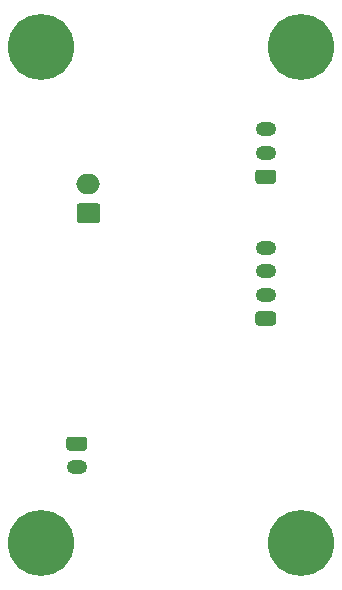
<source format=gbr>
%TF.GenerationSoftware,KiCad,Pcbnew,(5.1.12)-1*%
%TF.CreationDate,2023-02-18T19:15:58+02:00*%
%TF.ProjectId,BatteryPowerPCB_SPV,42617474-6572-4795-906f-776572504342,rev?*%
%TF.SameCoordinates,Original*%
%TF.FileFunction,Soldermask,Bot*%
%TF.FilePolarity,Negative*%
%FSLAX46Y46*%
G04 Gerber Fmt 4.6, Leading zero omitted, Abs format (unit mm)*
G04 Created by KiCad (PCBNEW (5.1.12)-1) date 2023-02-18 19:15:58*
%MOMM*%
%LPD*%
G01*
G04 APERTURE LIST*
%ADD10C,5.600000*%
%ADD11O,2.000000X1.700000*%
%ADD12O,1.750000X1.200000*%
G04 APERTURE END LIST*
D10*
%TO.C,REF\u002A\u002A*%
X39000000Y-61000000D03*
%TD*%
%TO.C,REF\u002A\u002A*%
X17000000Y-61000000D03*
%TD*%
%TO.C,REF\u002A\u002A*%
X39000000Y-19000000D03*
%TD*%
%TO.C,REF\u002A\u002A*%
X17000000Y-19000000D03*
%TD*%
%TO.C,J1*%
G36*
G01*
X21750000Y-33950000D02*
X20250000Y-33950000D01*
G75*
G02*
X20000000Y-33700000I0J250000D01*
G01*
X20000000Y-32500000D01*
G75*
G02*
X20250000Y-32250000I250000J0D01*
G01*
X21750000Y-32250000D01*
G75*
G02*
X22000000Y-32500000I0J-250000D01*
G01*
X22000000Y-33700000D01*
G75*
G02*
X21750000Y-33950000I-250000J0D01*
G01*
G37*
D11*
X21000000Y-30600000D03*
%TD*%
%TO.C,J2*%
G36*
G01*
X19374999Y-52000000D02*
X20625001Y-52000000D01*
G75*
G02*
X20875000Y-52249999I0J-249999D01*
G01*
X20875000Y-52950001D01*
G75*
G02*
X20625001Y-53200000I-249999J0D01*
G01*
X19374999Y-53200000D01*
G75*
G02*
X19125000Y-52950001I0J249999D01*
G01*
X19125000Y-52249999D01*
G75*
G02*
X19374999Y-52000000I249999J0D01*
G01*
G37*
D12*
X20000000Y-54600000D03*
%TD*%
%TO.C,J3*%
G36*
G01*
X36625001Y-42600000D02*
X35374999Y-42600000D01*
G75*
G02*
X35125000Y-42350001I0J249999D01*
G01*
X35125000Y-41649999D01*
G75*
G02*
X35374999Y-41400000I249999J0D01*
G01*
X36625001Y-41400000D01*
G75*
G02*
X36875000Y-41649999I0J-249999D01*
G01*
X36875000Y-42350001D01*
G75*
G02*
X36625001Y-42600000I-249999J0D01*
G01*
G37*
X36000000Y-40000000D03*
X36000000Y-38000000D03*
X36000000Y-36000000D03*
%TD*%
%TO.C,J4*%
G36*
G01*
X36625001Y-30600000D02*
X35374999Y-30600000D01*
G75*
G02*
X35125000Y-30350001I0J249999D01*
G01*
X35125000Y-29649999D01*
G75*
G02*
X35374999Y-29400000I249999J0D01*
G01*
X36625001Y-29400000D01*
G75*
G02*
X36875000Y-29649999I0J-249999D01*
G01*
X36875000Y-30350001D01*
G75*
G02*
X36625001Y-30600000I-249999J0D01*
G01*
G37*
X36000000Y-28000000D03*
X36000000Y-26000000D03*
%TD*%
M02*

</source>
